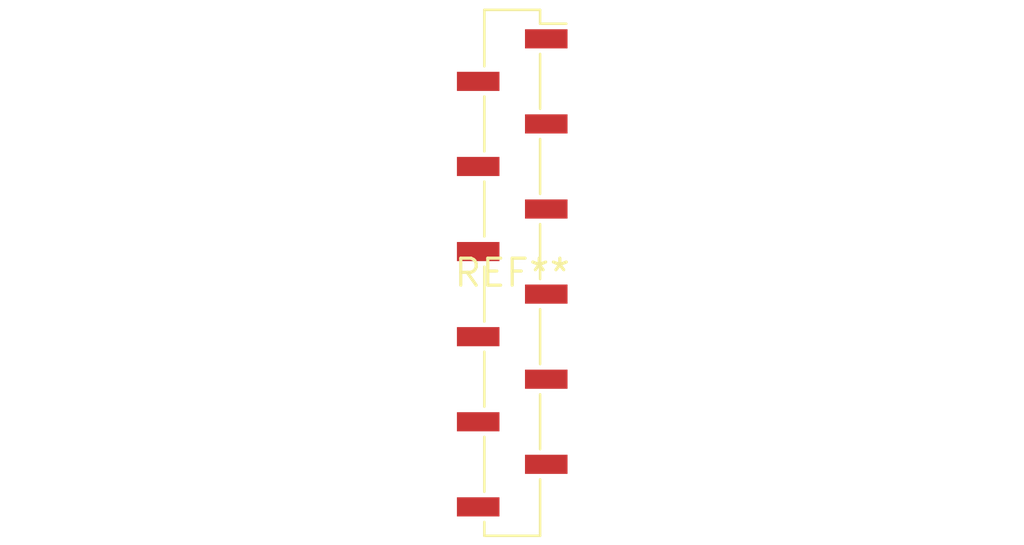
<source format=kicad_pcb>
(kicad_pcb (version 20240108) (generator pcbnew)
  (layers (0 "F.Cu" signal) (31 "B.Cu" signal) (34 "B.Paste" user) (35 "F.Paste" user) (36 "B.SilkS" user "B.Silkscreen") (37 "F.SilkS" user "F.Silkscreen") (38 "B.Mask" user) (39 "F.Mask" user) (44 "Edge.Cuts" user))
  (net 0 "")
  (footprint "PinSocket_1x12_P2.00mm_Vertical_SMD_Pin1Right" (layer "F.Cu") (at 0 0)
    (property "Reference" "REF**")
    (property "Value" "PinSocket_1x12_P2.00mm_Vertical_SMD_Pin1Right")
    (fp_line (start -1.31 -12.36) (end -1.31 -9.71) (layer "F.SilkS") (stroke (width 0.12)))
    (fp_line (start -1.31 -12.36) (end 1.31 -12.36) (layer "F.SilkS") (stroke (width 0.12)))
    (fp_line (start -1.31 -8.29) (end -1.31 -5.71) (layer "F.SilkS") (stroke (width 0.12)))
    (fp_line (start -1.31 -4.29) (end -1.31 -1.71) (layer "F.SilkS") (stroke (width 0.12)))
    (fp_line (start -1.31 -0.29) (end -1.31 2.29) (layer "F.SilkS") (stroke (width 0.12)))
    (fp_line (start -1.31 3.71) (end -1.31 6.29) (layer "F.SilkS") (stroke (width 0.12)))
    (fp_line (start -1.31 7.71) (end -1.31 10.29) (layer "F.SilkS") (stroke (width 0.12)))
    (fp_line (start -1.31 11.71) (end -1.31 12.36) (layer "F.SilkS") (stroke (width 0.12)))
    (fp_line (start -1.31 12.36) (end 1.31 12.36) (layer "F.SilkS") (stroke (width 0.12)))
    (fp_line (start 1.31 -12.36) (end 1.31 -11.71) (layer "F.SilkS") (stroke (width 0.12)))
    (fp_line (start 1.31 -11.71) (end 2.54 -11.71) (layer "F.SilkS") (stroke (width 0.12)))
    (fp_line (start 1.31 -10.29) (end 1.31 -7.71) (layer "F.SilkS") (stroke (width 0.12)))
    (fp_line (start 1.31 -6.29) (end 1.31 -3.71) (layer "F.SilkS") (stroke (width 0.12)))
    (fp_line (start 1.31 -2.29) (end 1.31 0.29) (layer "F.SilkS") (stroke (width 0.12)))
    (fp_line (start 1.31 1.71) (end 1.31 4.29) (layer "F.SilkS") (stroke (width 0.12)))
    (fp_line (start 1.31 5.71) (end 1.31 8.29) (layer "F.SilkS") (stroke (width 0.12)))
    (fp_line (start 1.31 9.71) (end 1.31 12.36) (layer "F.SilkS") (stroke (width 0.12)))
    (pad "1" smd rect (at 1.6 -11) (size 2 0.9) (layers "F.Cu" "F.Paste" "F.Mask"))
    (pad "2" smd rect (at -1.6 -9) (size 2 0.9) (layers "F.Cu" "F.Paste" "F.Mask"))
    (pad "3" smd rect (at 1.6 -7) (size 2 0.9) (layers "F.Cu" "F.Paste" "F.Mask"))
    (pad "4" smd rect (at -1.6 -5) (size 2 0.9) (layers "F.Cu" "F.Paste" "F.Mask"))
    (pad "5" smd rect (at 1.6 -3) (size 2 0.9) (layers "F.Cu" "F.Paste" "F.Mask"))
    (pad "6" smd rect (at -1.6 -1) (size 2 0.9) (layers "F.Cu" "F.Paste" "F.Mask"))
    (pad "7" smd rect (at 1.6 1) (size 2 0.9) (layers "F.Cu" "F.Paste" "F.Mask"))
    (pad "8" smd rect (at -1.6 3) (size 2 0.9) (layers "F.Cu" "F.Paste" "F.Mask"))
    (pad "9" smd rect (at 1.6 5) (size 2 0.9) (layers "F.Cu" "F.Paste" "F.Mask"))
    (pad "10" smd rect (at -1.6 7) (size 2 0.9) (layers "F.Cu" "F.Paste" "F.Mask"))
    (pad "11" smd rect (at 1.6 9) (size 2 0.9) (layers "F.Cu" "F.Paste" "F.Mask"))
    (pad "12" smd rect (at -1.6 11) (size 2 0.9) (layers "F.Cu" "F.Paste" "F.Mask"))
  )
)
</source>
